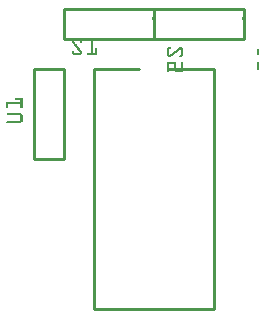
<source format=gto>
G04 MADE WITH FRITZING*
G04 WWW.FRITZING.ORG*
G04 DOUBLE SIDED*
G04 HOLES PLATED*
G04 CONTOUR ON CENTER OF CONTOUR VECTOR*
%ASAXBY*%
%FSLAX23Y23*%
%MOIN*%
%OFA0B0*%
%SFA1.0B1.0*%
%ADD10C,0.010000*%
%ADD11R,0.001000X0.001000*%
%LNSILK1*%
G90*
G70*
G54D10*
X329Y916D02*
X329Y116D01*
D02*
X329Y116D02*
X729Y116D01*
D02*
X729Y116D02*
X729Y916D01*
D02*
X329Y916D02*
X479Y916D01*
D02*
X579Y916D02*
X729Y916D01*
D02*
X829Y1116D02*
X529Y1116D01*
D02*
X529Y1116D02*
X529Y1016D01*
D02*
X529Y1016D02*
X829Y1016D01*
D02*
X829Y1016D02*
X829Y1116D01*
D02*
X129Y916D02*
X129Y616D01*
D02*
X129Y616D02*
X229Y616D01*
D02*
X229Y616D02*
X229Y916D01*
D02*
X229Y916D02*
X129Y916D01*
D02*
X529Y1116D02*
X229Y1116D01*
D02*
X229Y1116D02*
X229Y1016D01*
D02*
X229Y1016D02*
X529Y1016D01*
D02*
X529Y1016D02*
X529Y1116D01*
G54D11*
X494Y1117D02*
X496Y1117D01*
X794Y1117D02*
X796Y1117D01*
X493Y1116D02*
X497Y1116D01*
X793Y1116D02*
X797Y1116D01*
X493Y1115D02*
X498Y1115D01*
X792Y1115D02*
X798Y1115D01*
X493Y1114D02*
X499Y1114D01*
X793Y1114D02*
X799Y1114D01*
X494Y1113D02*
X500Y1113D01*
X794Y1113D02*
X800Y1113D01*
X495Y1112D02*
X501Y1112D01*
X795Y1112D02*
X801Y1112D01*
X496Y1111D02*
X502Y1111D01*
X796Y1111D02*
X802Y1111D01*
X523Y1090D02*
X523Y1090D01*
X823Y1090D02*
X823Y1090D01*
X523Y1089D02*
X524Y1089D01*
X823Y1089D02*
X824Y1089D01*
X523Y1088D02*
X525Y1088D01*
X823Y1088D02*
X825Y1088D01*
X523Y1087D02*
X526Y1087D01*
X823Y1087D02*
X826Y1087D01*
X523Y1086D02*
X527Y1086D01*
X823Y1086D02*
X827Y1086D01*
X523Y1085D02*
X528Y1085D01*
X823Y1085D02*
X828Y1085D01*
X523Y1084D02*
X529Y1084D01*
X823Y1084D02*
X829Y1084D01*
X524Y1083D02*
X529Y1083D01*
X824Y1083D02*
X829Y1083D01*
X525Y1082D02*
X528Y1082D01*
X825Y1082D02*
X828Y1082D01*
X526Y1081D02*
X527Y1081D01*
X826Y1081D02*
X827Y1081D01*
X262Y1016D02*
X284Y1016D01*
X309Y1016D02*
X327Y1016D01*
X260Y1015D02*
X286Y1015D01*
X308Y1015D02*
X327Y1015D01*
X259Y1014D02*
X287Y1014D01*
X307Y1014D02*
X327Y1014D01*
X258Y1013D02*
X288Y1013D01*
X307Y1013D02*
X327Y1013D01*
X258Y1012D02*
X289Y1012D01*
X307Y1012D02*
X327Y1012D01*
X257Y1011D02*
X289Y1011D01*
X307Y1011D02*
X327Y1011D01*
X257Y1010D02*
X290Y1010D01*
X308Y1010D02*
X327Y1010D01*
X257Y1009D02*
X263Y1009D01*
X283Y1009D02*
X290Y1009D01*
X321Y1009D02*
X327Y1009D01*
X257Y1008D02*
X263Y1008D01*
X284Y1008D02*
X290Y1008D01*
X321Y1008D02*
X327Y1008D01*
X257Y1007D02*
X264Y1007D01*
X284Y1007D02*
X290Y1007D01*
X321Y1007D02*
X327Y1007D01*
X257Y1006D02*
X265Y1006D01*
X285Y1006D02*
X290Y1006D01*
X321Y1006D02*
X327Y1006D01*
X258Y1005D02*
X265Y1005D01*
X285Y1005D02*
X290Y1005D01*
X321Y1005D02*
X327Y1005D01*
X258Y1004D02*
X266Y1004D01*
X286Y1004D02*
X289Y1004D01*
X321Y1004D02*
X327Y1004D01*
X259Y1003D02*
X267Y1003D01*
X321Y1003D02*
X327Y1003D01*
X260Y1002D02*
X268Y1002D01*
X321Y1002D02*
X327Y1002D01*
X260Y1001D02*
X268Y1001D01*
X321Y1001D02*
X327Y1001D01*
X261Y1000D02*
X269Y1000D01*
X321Y1000D02*
X327Y1000D01*
X262Y999D02*
X270Y999D01*
X321Y999D02*
X327Y999D01*
X263Y998D02*
X271Y998D01*
X321Y998D02*
X327Y998D01*
X264Y997D02*
X272Y997D01*
X321Y997D02*
X327Y997D01*
X264Y996D02*
X272Y996D01*
X321Y996D02*
X327Y996D01*
X265Y995D02*
X273Y995D01*
X321Y995D02*
X327Y995D01*
X266Y994D02*
X274Y994D01*
X321Y994D02*
X327Y994D01*
X267Y993D02*
X275Y993D01*
X321Y993D02*
X327Y993D01*
X267Y992D02*
X275Y992D01*
X321Y992D02*
X327Y992D01*
X268Y991D02*
X276Y991D01*
X321Y991D02*
X327Y991D01*
X269Y990D02*
X277Y990D01*
X321Y990D02*
X327Y990D01*
X270Y989D02*
X278Y989D01*
X321Y989D02*
X327Y989D01*
X271Y988D02*
X279Y988D01*
X321Y988D02*
X327Y988D01*
X581Y988D02*
X585Y988D01*
X618Y988D02*
X623Y988D01*
X880Y988D02*
X885Y988D01*
X271Y987D02*
X279Y987D01*
X321Y987D02*
X327Y987D01*
X579Y987D02*
X586Y987D01*
X616Y987D02*
X625Y987D01*
X272Y986D02*
X280Y986D01*
X321Y986D02*
X327Y986D01*
X336Y986D02*
X339Y986D01*
X578Y986D02*
X586Y986D01*
X615Y986D02*
X626Y986D01*
X273Y985D02*
X281Y985D01*
X321Y985D02*
X327Y985D01*
X335Y985D02*
X340Y985D01*
X577Y985D02*
X586Y985D01*
X613Y985D02*
X627Y985D01*
X274Y984D02*
X282Y984D01*
X321Y984D02*
X327Y984D01*
X334Y984D02*
X340Y984D01*
X576Y984D02*
X586Y984D01*
X612Y984D02*
X627Y984D01*
X274Y983D02*
X282Y983D01*
X321Y983D02*
X327Y983D01*
X334Y983D02*
X340Y983D01*
X575Y983D02*
X586Y983D01*
X611Y983D02*
X627Y983D01*
X275Y982D02*
X283Y982D01*
X321Y982D02*
X327Y982D01*
X334Y982D02*
X340Y982D01*
X575Y982D02*
X584Y982D01*
X609Y982D02*
X628Y982D01*
X875Y982D02*
X884Y982D01*
X276Y981D02*
X284Y981D01*
X321Y981D02*
X327Y981D01*
X334Y981D02*
X340Y981D01*
X575Y981D02*
X581Y981D01*
X608Y981D02*
X619Y981D01*
X622Y981D02*
X628Y981D01*
X875Y981D02*
X881Y981D01*
X277Y980D02*
X285Y980D01*
X321Y980D02*
X327Y980D01*
X334Y980D02*
X340Y980D01*
X575Y980D02*
X581Y980D01*
X607Y980D02*
X617Y980D01*
X622Y980D02*
X628Y980D01*
X875Y980D02*
X881Y980D01*
X278Y979D02*
X286Y979D01*
X321Y979D02*
X327Y979D01*
X334Y979D02*
X340Y979D01*
X575Y979D02*
X581Y979D01*
X606Y979D02*
X616Y979D01*
X622Y979D02*
X628Y979D01*
X875Y979D02*
X881Y979D01*
X278Y978D02*
X286Y978D01*
X321Y978D02*
X327Y978D01*
X334Y978D02*
X340Y978D01*
X575Y978D02*
X581Y978D01*
X604Y978D02*
X615Y978D01*
X622Y978D02*
X628Y978D01*
X875Y978D02*
X881Y978D01*
X279Y977D02*
X287Y977D01*
X321Y977D02*
X327Y977D01*
X334Y977D02*
X340Y977D01*
X575Y977D02*
X581Y977D01*
X603Y977D02*
X614Y977D01*
X622Y977D02*
X628Y977D01*
X875Y977D02*
X881Y977D01*
X280Y976D02*
X288Y976D01*
X321Y976D02*
X327Y976D01*
X334Y976D02*
X340Y976D01*
X575Y976D02*
X581Y976D01*
X602Y976D02*
X612Y976D01*
X622Y976D02*
X628Y976D01*
X875Y976D02*
X881Y976D01*
X259Y975D02*
X260Y975D01*
X281Y975D02*
X289Y975D01*
X321Y975D02*
X327Y975D01*
X334Y975D02*
X340Y975D01*
X575Y975D02*
X581Y975D01*
X600Y975D02*
X611Y975D01*
X622Y975D02*
X628Y975D01*
X875Y975D02*
X881Y975D01*
X258Y974D02*
X262Y974D01*
X281Y974D02*
X289Y974D01*
X321Y974D02*
X327Y974D01*
X334Y974D02*
X340Y974D01*
X575Y974D02*
X581Y974D01*
X599Y974D02*
X610Y974D01*
X622Y974D02*
X628Y974D01*
X875Y974D02*
X881Y974D01*
X257Y973D02*
X263Y973D01*
X282Y973D02*
X290Y973D01*
X321Y973D02*
X327Y973D01*
X334Y973D02*
X340Y973D01*
X575Y973D02*
X581Y973D01*
X598Y973D02*
X608Y973D01*
X622Y973D02*
X628Y973D01*
X875Y973D02*
X881Y973D01*
X257Y972D02*
X263Y972D01*
X283Y972D02*
X290Y972D01*
X321Y972D02*
X327Y972D01*
X334Y972D02*
X340Y972D01*
X575Y972D02*
X581Y972D01*
X597Y972D02*
X607Y972D01*
X622Y972D02*
X628Y972D01*
X875Y972D02*
X881Y972D01*
X257Y971D02*
X263Y971D01*
X284Y971D02*
X290Y971D01*
X321Y971D02*
X327Y971D01*
X334Y971D02*
X340Y971D01*
X575Y971D02*
X581Y971D01*
X595Y971D02*
X606Y971D01*
X622Y971D02*
X628Y971D01*
X875Y971D02*
X881Y971D01*
X257Y970D02*
X264Y970D01*
X284Y970D02*
X290Y970D01*
X321Y970D02*
X327Y970D01*
X334Y970D02*
X340Y970D01*
X575Y970D02*
X581Y970D01*
X594Y970D02*
X605Y970D01*
X622Y970D02*
X628Y970D01*
X875Y970D02*
X881Y970D01*
X257Y969D02*
X290Y969D01*
X309Y969D02*
X340Y969D01*
X575Y969D02*
X581Y969D01*
X593Y969D02*
X603Y969D01*
X622Y969D02*
X628Y969D01*
X875Y969D02*
X881Y969D01*
X258Y968D02*
X290Y968D01*
X308Y968D02*
X340Y968D01*
X575Y968D02*
X581Y968D01*
X591Y968D02*
X602Y968D01*
X622Y968D02*
X628Y968D01*
X875Y968D02*
X881Y968D01*
X258Y967D02*
X290Y967D01*
X307Y967D02*
X340Y967D01*
X575Y967D02*
X581Y967D01*
X590Y967D02*
X601Y967D01*
X622Y967D02*
X628Y967D01*
X875Y967D02*
X881Y967D01*
X259Y966D02*
X289Y966D01*
X307Y966D02*
X340Y966D01*
X575Y966D02*
X581Y966D01*
X589Y966D02*
X599Y966D01*
X622Y966D02*
X628Y966D01*
X875Y966D02*
X881Y966D01*
X260Y965D02*
X288Y965D01*
X307Y965D02*
X340Y965D01*
X575Y965D02*
X581Y965D01*
X588Y965D02*
X598Y965D01*
X622Y965D02*
X628Y965D01*
X875Y965D02*
X881Y965D01*
X261Y964D02*
X287Y964D01*
X307Y964D02*
X340Y964D01*
X575Y964D02*
X581Y964D01*
X586Y964D02*
X597Y964D01*
X622Y964D02*
X628Y964D01*
X875Y964D02*
X881Y964D01*
X263Y963D02*
X286Y963D01*
X308Y963D02*
X339Y963D01*
X575Y963D02*
X581Y963D01*
X585Y963D02*
X596Y963D01*
X622Y963D02*
X628Y963D01*
X875Y963D02*
X881Y963D01*
X575Y962D02*
X581Y962D01*
X584Y962D02*
X594Y962D01*
X621Y962D02*
X628Y962D01*
X875Y962D02*
X881Y962D01*
X575Y961D02*
X593Y961D01*
X619Y961D02*
X627Y961D01*
X575Y960D02*
X592Y960D01*
X617Y960D02*
X627Y960D01*
X575Y959D02*
X590Y959D01*
X616Y959D02*
X627Y959D01*
X576Y958D02*
X589Y958D01*
X616Y958D02*
X626Y958D01*
X577Y957D02*
X588Y957D01*
X616Y957D02*
X625Y957D01*
X578Y956D02*
X587Y956D01*
X616Y956D02*
X624Y956D01*
X579Y955D02*
X585Y955D01*
X617Y955D02*
X622Y955D01*
X879Y955D02*
X885Y955D01*
X575Y938D02*
X600Y938D01*
X623Y938D02*
X626Y938D01*
X876Y938D02*
X879Y938D01*
X575Y937D02*
X602Y937D01*
X622Y937D02*
X627Y937D01*
X875Y937D02*
X880Y937D01*
X575Y936D02*
X603Y936D01*
X622Y936D02*
X628Y936D01*
X875Y936D02*
X880Y936D01*
X575Y935D02*
X603Y935D01*
X622Y935D02*
X628Y935D01*
X875Y935D02*
X881Y935D01*
X575Y934D02*
X604Y934D01*
X622Y934D02*
X628Y934D01*
X875Y934D02*
X881Y934D01*
X575Y933D02*
X604Y933D01*
X622Y933D02*
X628Y933D01*
X875Y933D02*
X881Y933D01*
X575Y932D02*
X604Y932D01*
X622Y932D02*
X628Y932D01*
X875Y932D02*
X881Y932D01*
X575Y931D02*
X581Y931D01*
X598Y931D02*
X604Y931D01*
X622Y931D02*
X628Y931D01*
X875Y931D02*
X881Y931D01*
X575Y930D02*
X581Y930D01*
X598Y930D02*
X604Y930D01*
X622Y930D02*
X628Y930D01*
X875Y930D02*
X881Y930D01*
X575Y929D02*
X581Y929D01*
X598Y929D02*
X604Y929D01*
X622Y929D02*
X628Y929D01*
X875Y929D02*
X881Y929D01*
X575Y928D02*
X581Y928D01*
X598Y928D02*
X604Y928D01*
X622Y928D02*
X628Y928D01*
X875Y928D02*
X881Y928D01*
X575Y927D02*
X581Y927D01*
X598Y927D02*
X604Y927D01*
X622Y927D02*
X628Y927D01*
X875Y927D02*
X881Y927D01*
X575Y926D02*
X581Y926D01*
X598Y926D02*
X604Y926D01*
X622Y926D02*
X628Y926D01*
X875Y926D02*
X881Y926D01*
X575Y925D02*
X581Y925D01*
X598Y925D02*
X604Y925D01*
X622Y925D02*
X628Y925D01*
X875Y925D02*
X881Y925D01*
X575Y924D02*
X581Y924D01*
X598Y924D02*
X604Y924D01*
X622Y924D02*
X628Y924D01*
X875Y924D02*
X881Y924D01*
X575Y923D02*
X581Y923D01*
X598Y923D02*
X604Y923D01*
X622Y923D02*
X628Y923D01*
X875Y923D02*
X881Y923D01*
X575Y922D02*
X581Y922D01*
X598Y922D02*
X604Y922D01*
X622Y922D02*
X628Y922D01*
X875Y922D02*
X881Y922D01*
X575Y921D02*
X581Y921D01*
X598Y921D02*
X604Y921D01*
X622Y921D02*
X628Y921D01*
X875Y921D02*
X881Y921D01*
X575Y920D02*
X581Y920D01*
X598Y920D02*
X604Y920D01*
X622Y920D02*
X628Y920D01*
X875Y920D02*
X881Y920D01*
X575Y919D02*
X581Y919D01*
X598Y919D02*
X604Y919D01*
X622Y919D02*
X628Y919D01*
X875Y919D02*
X881Y919D01*
X162Y918D02*
X162Y918D01*
X575Y918D02*
X581Y918D01*
X598Y918D02*
X604Y918D01*
X622Y918D02*
X628Y918D01*
X875Y918D02*
X881Y918D01*
X161Y917D02*
X163Y917D01*
X575Y917D02*
X581Y917D01*
X598Y917D02*
X604Y917D01*
X622Y917D02*
X628Y917D01*
X875Y917D02*
X881Y917D01*
X160Y916D02*
X164Y916D01*
X575Y916D02*
X581Y916D01*
X598Y916D02*
X604Y916D01*
X622Y916D02*
X628Y916D01*
X875Y916D02*
X881Y916D01*
X159Y915D02*
X164Y915D01*
X575Y915D02*
X581Y915D01*
X598Y915D02*
X604Y915D01*
X622Y915D02*
X628Y915D01*
X875Y915D02*
X881Y915D01*
X158Y914D02*
X164Y914D01*
X575Y914D02*
X581Y914D01*
X598Y914D02*
X604Y914D01*
X622Y914D02*
X628Y914D01*
X875Y914D02*
X881Y914D01*
X157Y913D02*
X163Y913D01*
X575Y913D02*
X581Y913D01*
X598Y913D02*
X604Y913D01*
X622Y913D02*
X628Y913D01*
X875Y913D02*
X881Y913D01*
X156Y912D02*
X162Y912D01*
X575Y912D02*
X581Y912D01*
X598Y912D02*
X604Y912D01*
X622Y912D02*
X628Y912D01*
X875Y912D02*
X881Y912D01*
X155Y911D02*
X161Y911D01*
X575Y911D02*
X581Y911D01*
X598Y911D02*
X628Y911D01*
X575Y910D02*
X581Y910D01*
X598Y910D02*
X628Y910D01*
X575Y909D02*
X581Y909D01*
X599Y909D02*
X627Y909D01*
X575Y908D02*
X581Y908D01*
X599Y908D02*
X627Y908D01*
X575Y907D02*
X581Y907D01*
X600Y907D02*
X626Y907D01*
X575Y906D02*
X580Y906D01*
X601Y906D02*
X625Y906D01*
X576Y905D02*
X579Y905D01*
X602Y905D02*
X624Y905D01*
X134Y890D02*
X134Y890D01*
X133Y889D02*
X134Y889D01*
X132Y888D02*
X134Y888D01*
X131Y887D02*
X134Y887D01*
X130Y886D02*
X134Y886D01*
X129Y885D02*
X134Y885D01*
X128Y884D02*
X134Y884D01*
X128Y883D02*
X133Y883D01*
X129Y882D02*
X132Y882D01*
X130Y881D02*
X131Y881D01*
X72Y819D02*
X89Y819D01*
X70Y818D02*
X91Y818D01*
X69Y817D02*
X92Y817D01*
X69Y816D02*
X92Y816D01*
X69Y815D02*
X92Y815D01*
X69Y814D02*
X92Y814D01*
X70Y813D02*
X92Y813D01*
X86Y812D02*
X92Y812D01*
X86Y811D02*
X92Y811D01*
X86Y810D02*
X92Y810D01*
X86Y809D02*
X92Y809D01*
X86Y808D02*
X92Y808D01*
X86Y807D02*
X92Y807D01*
X86Y806D02*
X92Y806D01*
X39Y805D02*
X92Y805D01*
X39Y804D02*
X92Y804D01*
X39Y803D02*
X92Y803D01*
X39Y802D02*
X92Y802D01*
X39Y801D02*
X92Y801D01*
X39Y800D02*
X92Y800D01*
X39Y799D02*
X92Y799D01*
X39Y798D02*
X45Y798D01*
X86Y798D02*
X92Y798D01*
X39Y797D02*
X45Y797D01*
X86Y797D02*
X92Y797D01*
X39Y796D02*
X45Y796D01*
X86Y796D02*
X92Y796D01*
X39Y795D02*
X45Y795D01*
X86Y795D02*
X92Y795D01*
X39Y794D02*
X45Y794D01*
X86Y794D02*
X92Y794D01*
X39Y793D02*
X45Y793D01*
X86Y793D02*
X92Y793D01*
X39Y792D02*
X45Y792D01*
X86Y792D02*
X92Y792D01*
X39Y791D02*
X45Y791D01*
X86Y791D02*
X92Y791D01*
X39Y790D02*
X45Y790D01*
X86Y790D02*
X92Y790D01*
X39Y789D02*
X45Y789D01*
X86Y789D02*
X92Y789D01*
X39Y788D02*
X45Y788D01*
X86Y788D02*
X92Y788D01*
X39Y787D02*
X45Y787D01*
X86Y787D02*
X92Y787D01*
X40Y786D02*
X44Y786D01*
X87Y786D02*
X92Y786D01*
X41Y785D02*
X43Y785D01*
X88Y785D02*
X90Y785D01*
X42Y769D02*
X83Y769D01*
X40Y768D02*
X86Y768D01*
X40Y767D02*
X88Y767D01*
X39Y766D02*
X89Y766D01*
X39Y765D02*
X90Y765D01*
X40Y764D02*
X91Y764D01*
X40Y763D02*
X91Y763D01*
X83Y762D02*
X92Y762D01*
X85Y761D02*
X92Y761D01*
X86Y760D02*
X92Y760D01*
X86Y759D02*
X92Y759D01*
X86Y758D02*
X92Y758D01*
X86Y757D02*
X92Y757D01*
X86Y756D02*
X92Y756D01*
X86Y755D02*
X92Y755D01*
X86Y754D02*
X92Y754D01*
X86Y753D02*
X92Y753D01*
X86Y752D02*
X92Y752D01*
X86Y751D02*
X92Y751D01*
X86Y750D02*
X92Y750D01*
X86Y749D02*
X92Y749D01*
X86Y748D02*
X92Y748D01*
X86Y747D02*
X92Y747D01*
X86Y746D02*
X92Y746D01*
X86Y745D02*
X92Y745D01*
X86Y744D02*
X92Y744D01*
X86Y743D02*
X92Y743D01*
X84Y742D02*
X92Y742D01*
X41Y741D02*
X92Y741D01*
X40Y740D02*
X91Y740D01*
X39Y739D02*
X90Y739D01*
X39Y738D02*
X90Y738D01*
X39Y737D02*
X88Y737D01*
X40Y736D02*
X87Y736D01*
X41Y735D02*
X85Y735D01*
D02*
G04 End of Silk1*
M02*
</source>
